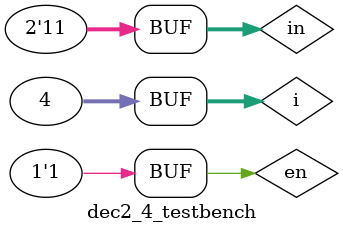
<source format=sv>
module dec2_4 (en, in, out);

	input logic en;
	input logic [1:0] in;
	output logic [3:0] out;
	
	logic inv1, inv0;
	not (inv1, in[1]);
	not (inv0, in[0]);
	
	and (out[0], inv1, inv0, en);
	and (out[1], inv1, in[0], en);
	and (out[2], in[1], inv0, en);
	and (out[3], in[1], in[0], en);

endmodule

module dec2_4_testbench ();
	logic en;
	logic [1:0] in;
	logic [3:0] out;
	
	dec2_4 dut (.*);
	
	integer i;
	
	initial begin
		en = 0;
		for(i=0; i<4; i++) begin
			in = i; #10;
		end
		en = 1;
		for(i=0; i<4; i++) begin
			in = i; #10;
		end
	end

endmodule

</source>
